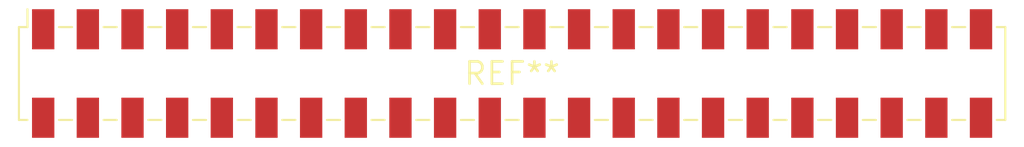
<source format=kicad_pcb>
(kicad_pcb (version 20240108) (generator pcbnew)
  (layers (0 "F.Cu" signal) (31 "B.Cu" signal) (34 "B.Paste" user) (35 "F.Paste" user) (36 "B.SilkS" user "B.Silkscreen") (37 "F.SilkS" user "F.Silkscreen") (38 "B.Mask" user) (39 "F.Mask" user) (44 "Edge.Cuts" user))
  (net 0 "")
  (footprint "Samtec_HLE-122-02-xxx-DV-A_2x22_P2.54mm_Horizontal" (layer "F.Cu") (at 0 0)
    (property "Reference" "REF**")
    (property "Value" "Samtec_HLE-122-02-xxx-DV-A_2x22_P2.54mm_Horizontal")
    (fp_line (start -28.05 -2.65) (end -28.05 2.65) (layer "F.SilkS") (stroke (width 0.12)))
    (fp_line (start -28.05 2.65) (end -27.565 2.65) (layer "F.SilkS") (stroke (width 0.12)))
    (fp_line (start -27.565 -3.67) (end -27.565 -2.65) (layer "F.SilkS") (stroke (width 0.12)))
    (fp_line (start -27.565 -2.65) (end -28.05 -2.65) (layer "F.SilkS") (stroke (width 0.12)))
    (fp_line (start -25.775 -2.65) (end -25.025 -2.65) (layer "F.SilkS") (stroke (width 0.12)))
    (fp_line (start -25.775 2.65) (end -25.025 2.65) (layer "F.SilkS") (stroke (width 0.12)))
    (fp_line (start -23.235 -2.65) (end -22.485 -2.65) (layer "F.SilkS") (stroke (width 0.12)))
    (fp_line (start -23.235 2.65) (end -22.485 2.65) (layer "F.SilkS") (stroke (width 0.12)))
    (fp_line (start -20.695 -2.65) (end -19.945 -2.65) (layer "F.SilkS") (stroke (width 0.12)))
    (fp_line (start -20.695 2.65) (end -19.945 2.65) (layer "F.SilkS") (stroke (width 0.12)))
    (fp_line (start -18.155 -2.65) (end -17.405 -2.65) (layer "F.SilkS") (stroke (width 0.12)))
    (fp_line (start -18.155 2.65) (end -17.405 2.65) (layer "F.SilkS") (stroke (width 0.12)))
    (fp_line (start -15.615 -2.65) (end -14.865 -2.65) (layer "F.SilkS") (stroke (width 0.12)))
    (fp_line (start -15.615 2.65) (end -14.865 2.65) (layer "F.SilkS") (stroke (width 0.12)))
    (fp_line (start -13.075 -2.65) (end -12.325 -2.65) (layer "F.SilkS") (stroke (width 0.12)))
    (fp_line (start -13.075 2.65) (end -12.325 2.65) (layer "F.SilkS") (stroke (width 0.12)))
    (fp_line (start -10.535 -2.65) (end -9.785 -2.65) (layer "F.SilkS") (stroke (width 0.12)))
    (fp_line (start -10.535 2.65) (end -9.785 2.65) (layer "F.SilkS") (stroke (width 0.12)))
    (fp_line (start -7.995 -2.65) (end -7.245 -2.65) (layer "F.SilkS") (stroke (width 0.12)))
    (fp_line (start -7.995 2.65) (end -7.245 2.65) (layer "F.SilkS") (stroke (width 0.12)))
    (fp_line (start -5.455 -2.65) (end -4.705 -2.65) (layer "F.SilkS") (stroke (width 0.12)))
    (fp_line (start -5.455 2.65) (end -4.705 2.65) (layer "F.SilkS") (stroke (width 0.12)))
    (fp_line (start -2.915 -2.65) (end -2.165 -2.65) (layer "F.SilkS") (stroke (width 0.12)))
    (fp_line (start -2.915 2.65) (end -2.165 2.65) (layer "F.SilkS") (stroke (width 0.12)))
    (fp_line (start -0.375 -2.65) (end 0.375 -2.65) (layer "F.SilkS") (stroke (width 0.12)))
    (fp_line (start -0.375 2.65) (end 0.375 2.65) (layer "F.SilkS") (stroke (width 0.12)))
    (fp_line (start 2.165 -2.65) (end 2.915 -2.65) (layer "F.SilkS") (stroke (width 0.12)))
    (fp_line (start 2.165 2.65) (end 2.915 2.65) (layer "F.SilkS") (stroke (width 0.12)))
    (fp_line (start 4.705 -2.65) (end 5.455 -2.65) (layer "F.SilkS") (stroke (width 0.12)))
    (fp_line (start 4.705 2.65) (end 5.455 2.65) (layer "F.SilkS") (stroke (width 0.12)))
    (fp_line (start 7.245 -2.65) (end 7.995 -2.65) (layer "F.SilkS") (stroke (width 0.12)))
    (fp_line (start 7.245 2.65) (end 7.995 2.65) (layer "F.SilkS") (stroke (width 0.12)))
    (fp_line (start 9.785 -2.65) (end 10.535 -2.65) (layer "F.SilkS") (stroke (width 0.12)))
    (fp_line (start 9.785 2.65) (end 10.535 2.65) (layer "F.SilkS") (stroke (width 0.12)))
    (fp_line (start 12.325 -2.65) (end 13.075 -2.65) (layer "F.SilkS") (stroke (width 0.12)))
    (fp_line (start 12.325 2.65) (end 13.075 2.65) (layer "F.SilkS") (stroke (width 0.12)))
    (fp_line (start 14.865 -2.65) (end 15.615 -2.65) (layer "F.SilkS") (stroke (width 0.12)))
    (fp_line (start 14.865 2.65) (end 15.615 2.65) (layer "F.SilkS") (stroke (width 0.12)))
    (fp_line (start 17.405 -2.65) (end 18.155 -2.65) (layer "F.SilkS") (stroke (width 0.12)))
    (fp_line (start 17.405 2.65) (end 18.155 2.65) (layer "F.SilkS") (stroke (width 0.12)))
    (fp_line (start 19.945 -2.65) (end 20.695 -2.65) (layer "F.SilkS") (stroke (width 0.12)))
    (fp_line (start 19.945 2.65) (end 20.695 2.65) (layer "F.SilkS") (stroke (width 0.12)))
    (fp_line (start 22.485 -2.65) (end 23.235 -2.65) (layer "F.SilkS") (stroke (width 0.12)))
    (fp_line (start 22.485 2.65) (end 23.235 2.65) (layer "F.SilkS") (stroke (width 0.12)))
    (fp_line (start 25.025 -2.65) (end 25.775 -2.65) (layer "F.SilkS") (stroke (width 0.12)))
    (fp_line (start 25.025 2.65) (end 25.775 2.65) (layer "F.SilkS") (stroke (width 0.12)))
    (fp_line (start 27.565 -2.65) (end 28.05 -2.65) (layer "F.SilkS") (stroke (width 0.12)))
    (fp_line (start 28.05 -2.65) (end 28.05 2.65) (layer "F.SilkS") (stroke (width 0.12)))
    (fp_line (start 28.05 2.65) (end 27.565 2.65) (layer "F.SilkS") (stroke (width 0.12)))
    (pad "" np_thru_hole circle (at -25.4 0) (size 1.78 1.78) (drill 1.78) (layers *.Cu *.Mask))
    (pad "" np_thru_hole circle (at 25.4 0) (size 1.78 1.78) (drill 1.78) (layers *.Cu *.Mask))
    (pad "1" smd rect (at -26.67 -2.525) (size 1.27 2.29) (layers "F.Cu" "F.Paste" "F.Mask"))
    (pad "2" smd rect (at -26.67 2.525) (size 1.27 2.29) (layers "F.Cu" "F.Paste" "F.Mask"))
    (pad "3" smd rect (at -24.13 -2.525) (size 1.27 2.29) (layers "F.Cu" "F.Paste" "F.Mask"))
    (pad "4" smd rect (at -24.13 2.525) (size 1.27 2.29) (layers "F.Cu" "F.Paste" "F.Mask"))
    (pad "5" smd rect (at -21.59 -2.525) (size 1.27 2.29) (layers "F.Cu" "F.Paste" "F.Mask"))
    (pad "6" smd rect (at -21.59 2.525) (size 1.27 2.29) (layers "F.Cu" "F.Paste" "F.Mask"))
    (pad "7" smd rect (at -19.05 -2.525) (size 1.27 2.29) (layers "F.Cu" "F.Paste" "F.Mask"))
    (pad "8" smd rect (at -19.05 2.525) (size 1.27 2.29) (layers "F.Cu" "F.Paste" "F.Mask"))
    (pad "9" smd rect (at -16.51 -2.525) (size 1.27 2.29) (layers "F.Cu" "F.Paste" "F.Mask"))
    (pad "10" smd rect (at -16.51 2.525) (size 1.27 2.29) (layers "F.Cu" "F.Paste" "F.Mask"))
    (pad "11" smd rect (at -13.97 -2.525) (size 1.27 2.29) (layers "F.Cu" "F.Paste" "F.Mask"))
    (pad "12" smd rect (at -13.97 2.525) (size 1.27 2.29) (layers "F.Cu" "F.Paste" "F.Mask"))
    (pad "13" smd rect (at -11.43 -2.525) (size 1.27 2.29) (layers "F.Cu" "F.Paste" "F.Mask"))
    (pad "14" smd rect (at -11.43 2.525) (size 1.27 2.29) (layers "F.Cu" "F.Paste" "F.Mask"))
    (pad "15" smd rect (at -8.89 -2.525) (size 1.27 2.29) (layers "F.Cu" "F.Paste" "F.Mask"))
    (pad "16" smd rect (at -8.89 2.525) (size 1.27 2.29) (layers "F.Cu" "F.Paste" "F.Mask"))
    (pad "17" smd rect (at -6.35 -2.525) (size 1.27 2.29) (layers "F.Cu" "F.Paste" "F.Mask"))
    (pad "18" smd rect (at -6.35 2.525) (size 1.27 2.29) (layers "F.Cu" "F.Paste" "F.Mask"))
    (pad "19" smd rect (at -3.81 -2.525) (size 1.27 2.29) (layers "F.Cu" "F.Paste" "F.Mask"))
    (pad "20" smd rect (at -3.81 2.525) (size 1.27 2.29) (layers "F.Cu" "F.Paste" "F.Mask"))
    (pad "21" smd rect (at -1.27 -2.525) (size 1.27 2.29) (layers "F.Cu" "F.Paste" "F.Mask"))
    (pad "22" smd rect (at -1.27 2.525) (size 1.27 2.29) (layers "F.Cu" "F.Paste" "F.Mask"))
    (pad "23" smd rect (at 1.27 -2.525) (size 1.27 2.29) (layers "F.Cu" "F.Paste" "F.Mask"))
    (pad "24" smd rect (at 1.27 2.525) (size 1.27 2.29) (layers "F.Cu" "F.Paste" "F.Mask"))
    (pad "25" smd rect (at 3.81 -2.525) (size 1.27 2.29) (layers "F.Cu" "F.Paste" "F.Mask"))
    (pad "26" smd rect (at 3.81 2.525) (size 1.27 2.29) (layers "F.Cu" "F.Paste" "F.Mask"))
    (pad "27" smd rect (at 6.35 -2.525) (size 1.27 2.29) (layers "F.Cu" "F.Paste" "F.Mask"))
    (pad "28" smd rect (at 6.35 2.525) (size 1.27 2.29) (layers "F.Cu" "F.Paste" "F.Mask"))
    (pad "29" smd rect (at 8.89 -2.525) (size 1.27 2.29) (layers "F.Cu" "F.Paste" "F.Mask"))
    (pad "30" smd rect (at 8.89 2.525) (size 1.27 2.29) (layers "F.Cu" "F.Paste" "F.Mask"))
    (pad "31" smd rect (at 11.43 -2.525) (size 1.27 2.29) (layers "F.Cu" "F.Paste" "F.Mask"))
    (pad "32" smd rect (at 11.43 2.525) (size 1.27 2.29) (layers "F.Cu" "F.Paste" "F.Mask"))
    (pad "33" smd rect (at 13.97 -2.525) (size 1.27 2.29) (layers "F.Cu" "F.Paste" "F.Mask"))
    (pad "34" smd rect (at 13.97 2.525) (size 1.27 2.29) (layers "F.Cu" "F.Paste" "F.Mask"))
    (pad "35" smd rect (at 16.51 -2.525) (size 1.27 2.29) (layers "F.Cu" "F.Paste" "F.Mask"))
    (pad "36" smd rect (at 16.51 2.525) (size 1.27 2.29) (layers "F.Cu" "F.Paste" "F.Mask"))
    (pad "37" smd rect (at 19.05 -2.525) (size 1.27 2.29) (layers "F.Cu" "F.Paste" "F.Mask"))
    (pad "38" smd rect (at 19.05 2.525) (size 1.27 2.29) (layers "F.Cu" "F.Paste" "F.Mask"))
    (pad "39" smd rect (at 21.59 -2.525) (size 1.27 2.29) (layers "F.Cu" "F.Paste" "F.Mask"))
    (pad "40" smd rect (at 21.59 2.525) (size 1.27 2.29) (layers "F.Cu" "F.Paste" "F.Mask"))
    (pad "41" smd rect (at 24.13 -2.525) (size 1.27 2.29) (layers "F.Cu" "F.Paste" "F.Mask"))
    (pad "42" smd rect (at 24.13 2.525) (size 1.27 2.29) (layers "F.Cu" "F.Paste" "F.Mask"))
    (pad "43" smd rect (at 26.67 -2.525) (size 1.27 2.29) (layers "F.Cu" "F.Paste" "F.Mask"))
    (pad "44" smd rect (at 26.67 2.525) (size 1.27 2.29) (layers "F.Cu" "F.Paste" "F.Mask"))
  )
)
</source>
